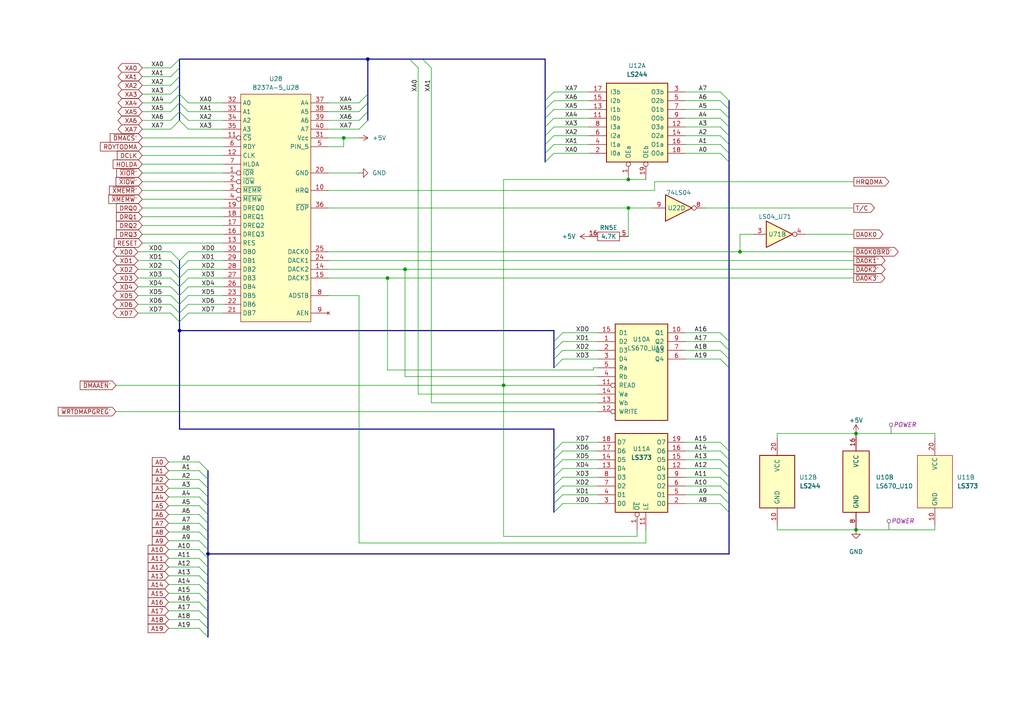
<source format=kicad_sch>
(kicad_sch (version 20230121) (generator eeschema)
  (paper "A4")
  (lib_symbols
    (symbol "74xx:74LS04"
      (property "Reference" "U" (at 0 1.27 0))
      (property "Value" "74LS04" (at 0 -1.27 0))
      (symbol "74LS04_1_0"
        (polyline (pts (xy -3.81 3.81) (xy -3.81 -3.81) (xy 3.81 0) (xy -3.81 3.81)) (stroke (width 0.254)) (fill (type background)))
        (pin input line (at -7.62 0 0) (length 3.81) (name "~") (number "1"))
        (pin output inverted (at 7.62 0 180) (length 3.81) (name "~") (number "2"))
      )
      (symbol "74LS04_2_0"
        (polyline (pts (xy -3.81 3.81) (xy -3.81 -3.81) (xy 3.81 0) (xy -3.81 3.81)) (stroke (width 0.254)) (fill (type background)))
        (pin input line (at -7.62 0 0) (length 3.81) (name "~") (number "3"))
        (pin output inverted (at 7.62 0 180) (length 3.81) (name "~") (number "4"))
      )
      (symbol "74LS04_3_0"
        (polyline (pts (xy -3.81 3.81) (xy -3.81 -3.81) (xy 3.81 0) (xy -3.81 3.81)) (stroke (width 0.254)) (fill (type background)))
        (pin input line (at -7.62 0 0) (length 3.81) (name "~") (number "5"))
        (pin output inverted (at 7.62 0 180) (length 3.81) (name "~") (number "6"))
      )
      (symbol "74LS04_4_0"
        (polyline (pts (xy -3.81 3.81) (xy -3.81 -3.81) (xy 3.81 0) (xy -3.81 3.81)) (stroke (width 0.254)) (fill (type background)))
        (pin output inverted (at 7.62 0 180) (length 3.81) (name "~") (number "8"))
        (pin input line (at -7.62 0 0) (length 3.81) (name "~") (number "9"))
      )
      (symbol "74LS04_5_0"
        (polyline (pts (xy -3.81 3.81) (xy -3.81 -3.81) (xy 3.81 0) (xy -3.81 3.81)) (stroke (width 0.254)) (fill (type background)))
        (pin output inverted (at 7.62 0 180) (length 3.81) (name "~") (number "10"))
        (pin input line (at -7.62 0 0) (length 3.81) (name "~") (number "11"))
      )
      (symbol "74LS04_6_0"
        (polyline (pts (xy -3.81 3.81) (xy -3.81 -3.81) (xy 3.81 0) (xy -3.81 3.81)) (stroke (width 0.254)) (fill (type background)))
        (pin output inverted (at 7.62 0 180) (length 3.81) (name "~") (number "12"))
        (pin input line (at -7.62 0 0) (length 3.81) (name "~") (number "13"))
      )
      (symbol "74LS04_7_0"
        (pin power_in line (at 0 12.7 270) (length 5.08) (name "VCC") (number "14"))
        (pin power_in line (at 0 -12.7 90) (length 5.08) (name "GND") (number "7"))
      )
      (symbol "74LS04_7_1"
        (rectangle (start -5.08 7.62) (end 5.08 -7.62) (stroke (width 0.254)) (fill (type background)))
      )
    )
    (symbol "Mad5150_early:8237A-5_U28"
      (property "Reference" "U" (at 0 30.48 0))
      (property "Value" "8237A-5_U28" (at 0 35.56 0))
      (symbol "8237A-5_U28_0_0"
        (pin bidirectional inverted (at -15.24 10.16 0) (length 5.08) (name "~{IOR}") (number "1"))
        (pin output line (at 15.24 5.08 180) (length 5.08) (name "HRQ") (number "10"))
        (pin input inverted (at -15.24 20.32 0) (length 5.08) (name "~{CS}") (number "11"))
        (pin input line (at -15.24 15.24 0) (length 5.08) (name "CLK") (number "12"))
        (pin input line (at -15.24 -10.16 0) (length 5.08) (name "RES") (number "13"))
        (pin output line (at 15.24 -17.78 180) (length 5.08) (name "DACK2") (number "14"))
        (pin output line (at 15.24 -20.32 180) (length 5.08) (name "DACK3") (number "15"))
        (pin input line (at -15.24 -7.62 0) (length 5.08) (name "DREQ3") (number "16"))
        (pin input line (at -15.24 -5.08 0) (length 5.08) (name "DREQ2") (number "17"))
        (pin input line (at -15.24 -2.54 0) (length 5.08) (name "DREQ1") (number "18"))
        (pin input line (at -15.24 0 0) (length 5.08) (name "DREQ0") (number "19"))
        (pin bidirectional inverted (at -15.24 7.62 0) (length 5.08) (name "~{IOW}") (number "2"))
        (pin power_in line (at 15.24 10.16 180) (length 5.08) (name "GND") (number "20"))
        (pin bidirectional line (at -15.24 -30.48 0) (length 5.08) (name "DB7") (number "21"))
        (pin bidirectional line (at -15.24 -27.94 0) (length 5.08) (name "DB6") (number "22"))
        (pin bidirectional line (at -15.24 -25.4 0) (length 5.08) (name "DB5") (number "23"))
        (pin output line (at 15.24 -15.24 180) (length 5.08) (name "DACK1") (number "24"))
        (pin output line (at 15.24 -12.7 180) (length 5.08) (name "DACK0") (number "25"))
        (pin bidirectional line (at -15.24 -22.86 0) (length 5.08) (name "DB4") (number "26"))
        (pin bidirectional line (at -15.24 -20.32 0) (length 5.08) (name "DB3") (number "27"))
        (pin bidirectional line (at -15.24 -17.78 0) (length 5.08) (name "DB2") (number "28"))
        (pin bidirectional line (at -15.24 -15.24 0) (length 5.08) (name "DB1") (number "29"))
        (pin input inverted (at -15.24 5.08 0) (length 5.08) (name "~{MEMR}") (number "3"))
        (pin bidirectional line (at -15.24 -12.7 0) (length 5.08) (name "DB0") (number "30"))
        (pin power_in line (at 15.24 20.32 180) (length 5.08) (name "Vcc") (number "31"))
        (pin bidirectional line (at -15.24 30.48 0) (length 5.08) (name "A0") (number "32"))
        (pin bidirectional line (at -15.24 27.94 0) (length 5.08) (name "A1") (number "33"))
        (pin bidirectional line (at -15.24 25.4 0) (length 5.08) (name "A2") (number "34"))
        (pin bidirectional line (at -15.24 22.86 0) (length 5.08) (name "A3") (number "35"))
        (pin bidirectional line (at 15.24 0 180) (length 5.08) (name "~{EOP}") (number "36"))
        (pin output line (at 15.24 30.48 180) (length 5.08) (name "A4") (number "37"))
        (pin output line (at 15.24 27.94 180) (length 5.08) (name "A5") (number "38"))
        (pin output line (at 15.24 25.4 180) (length 5.08) (name "A6") (number "39"))
        (pin input inverted (at -15.24 2.54 0) (length 5.08) (name "~{MEMW}") (number "4"))
        (pin output line (at 15.24 22.86 180) (length 5.08) (name "A7") (number "40"))
        (pin power_in line (at 15.24 17.78 180) (length 5.08) (name "PIN_5") (number "5"))
        (pin input line (at -15.24 17.78 0) (length 5.08) (name "RDY") (number "6"))
        (pin input line (at -15.24 12.7 0) (length 5.08) (name "HLDA") (number "7"))
        (pin output line (at 15.24 -25.4 180) (length 5.08) (name "ADSTB") (number "8"))
        (pin no_connect line (at 15.24 -30.48 180) (length 5.08) (name "AEN") (number "9"))
      )
      (symbol "8237A-5_U28_1_1"
        (rectangle (start -10.16 33.02) (end 10.16 -33.02) (fill (type background)))
      )
    )
    (symbol "Mad5150_early:LS04_U71"
      (property "Reference" "U" (at 0 1.27 0))
      (property "Value" "LS04_U71" (at 0 -1.27 0))
      (symbol "LS04_U71_1_0"
        (polyline (pts (xy -3.81 3.81) (xy -3.81 -3.81) (xy 3.81 0) (xy -3.81 3.81)) (stroke (width 0.254)) (fill (type background)))
        (pin input line (at -7.62 0 0) (length 3.81) (name "~") (number "1"))
        (pin output inverted (at 7.62 0 180) (length 3.81) (name "~") (number "2"))
      )
      (symbol "LS04_U71_2_0"
        (polyline (pts (xy -3.81 3.81) (xy -3.81 -3.81) (xy 3.81 0) (xy -3.81 3.81)) (stroke (width 0.254)) (fill (type background)))
        (pin input line (at -7.62 0 0) (length 3.81) (name "~") (number "3"))
        (pin output inverted (at 7.62 0 180) (length 3.81) (name "~") (number "4"))
      )
      (symbol "LS04_U71_3_0"
        (polyline (pts (xy -3.81 3.81) (xy -3.81 -3.81) (xy 3.81 0) (xy -3.81 3.81)) (stroke (width 0.254)) (fill (type background)))
        (pin input line (at -7.62 0 0) (length 3.81) (name "~") (number "5"))
        (pin output inverted (at 7.62 0 180) (length 3.81) (name "~") (number "6"))
      )
      (symbol "LS04_U71_4_0"
        (polyline (pts (xy -3.81 3.81) (xy -3.81 -3.81) (xy 3.81 0) (xy -3.81 3.81)) (stroke (width 0.254)) (fill (type background)))
        (pin output inverted (at 7.62 0 180) (length 3.81) (name "~") (number "8"))
        (pin input line (at -7.62 0 0) (length 3.81) (name "~") (number "9"))
      )
      (symbol "LS04_U71_5_0"
        (polyline (pts (xy -3.81 3.81) (xy -3.81 -3.81) (xy 3.81 0) (xy -3.81 3.81)) (stroke (width 0.254)) (fill (type background)))
        (pin output inverted (at 7.62 0 180) (length 3.81) (name "~") (number "10"))
        (pin input line (at -7.62 0 0) (length 3.81) (name "~") (number "11"))
      )
      (symbol "LS04_U71_6_0"
        (polyline (pts (xy -3.81 3.81) (xy -3.81 -3.81) (xy 3.81 0) (xy -3.81 3.81)) (stroke (width 0.254)) (fill (type background)))
        (pin output inverted (at 7.62 0 180) (length 3.81) (name "~") (number "12"))
        (pin input line (at -7.62 0 0) (length 3.81) (name "~") (number "13"))
      )
      (symbol "LS04_U71_7_0"
        (pin power_in line (at 0 12.7 270) (length 5.08) (name "VCC") (number "14"))
        (pin power_in line (at 0 -12.7 90) (length 5.08) (name "GND") (number "7"))
      )
      (symbol "LS04_U71_7_1"
        (rectangle (start -5.08 7.62) (end 5.08 -7.62) (stroke (width 0.254)) (fill (type background)))
      )
    )
    (symbol "Mad5150_early:LS244_U12" (pin_names (offset 1.016))
      (property "Reference" "U" (at 0 -1.27 0))
      (property "Value" "LS244" (at 0 1.27 0))
      (symbol "LS244_U12_1_0"
        (pin input inverted (at -2.54 -16.51 90) (length 5.08) (name "OEa") (number "1"))
        (pin input line (at -13.97 1.27 0) (length 5.08) (name "I0b") (number "11"))
        (pin tri_state line (at 13.97 -1.27 180) (length 5.08) (name "O3a") (number "12"))
        (pin input line (at -13.97 3.81 0) (length 5.08) (name "I1b") (number "13"))
        (pin tri_state line (at 13.97 -3.81 180) (length 5.08) (name "O2a") (number "14"))
        (pin input line (at -13.97 6.35 0) (length 5.08) (name "I2b") (number "15"))
        (pin tri_state line (at 13.97 -6.35 180) (length 5.08) (name "O1a") (number "16"))
        (pin input line (at -13.97 8.89 0) (length 5.08) (name "I3b") (number "17"))
        (pin tri_state line (at 13.97 -8.89 180) (length 5.08) (name "O0a") (number "18"))
        (pin input inverted (at 2.54 -16.51 90) (length 5.08) (name "OEb") (number "19"))
        (pin input line (at -13.97 -8.89 0) (length 5.08) (name "I0a") (number "2"))
        (pin tri_state line (at 13.97 8.89 180) (length 5.08) (name "O3b") (number "3"))
        (pin input line (at -13.97 -6.35 0) (length 5.08) (name "I1a") (number "4"))
        (pin tri_state line (at 13.97 6.35 180) (length 5.08) (name "O2b") (number "5"))
        (pin input line (at -13.97 -3.81 0) (length 5.08) (name "I2a") (number "6"))
        (pin tri_state line (at 13.97 3.81 180) (length 5.08) (name "O1b") (number "7"))
        (pin input line (at -13.97 -1.27 0) (length 5.08) (name "I3a") (number "8"))
        (pin tri_state line (at 13.97 1.27 180) (length 5.08) (name "O0b") (number "9"))
      )
      (symbol "LS244_U12_1_1"
        (rectangle (start -8.89 11.43) (end 8.89 -11.43) (stroke (width 0.254)) (fill (type background)))
      )
      (symbol "LS244_U12_2_0"
        (pin power_in line (at 0 -12.7 90) (length 5.08) (name "GND") (number "10"))
        (pin power_in line (at 0 12.7 270) (length 5.08) (name "VCC") (number "20"))
      )
      (symbol "LS244_U12_2_1"
        (rectangle (start -5.08 7.62) (end 5.08 -7.62) (stroke (width 0.254)) (fill (type background)))
      )
    )
    (symbol "Mad5150_early:LS373_U11"
      (property "Reference" "U" (at 0 -1.27 0))
      (property "Value" "LS373" (at 0 1.27 0))
      (symbol "LS373_U11_1_0"
        (pin input inverted (at -1.27 -16.51 90) (length 5.08) (name "~{OE}") (number "1"))
        (pin input line (at 1.27 -16.51 90) (length 5.08) (name "LE") (number "11"))
        (pin tri_state line (at 12.7 1.27 180) (length 5.08) (name "O4") (number "12"))
        (pin input line (at -12.7 1.27 0) (length 5.08) (name "D4") (number "13"))
        (pin input line (at -12.7 3.81 0) (length 5.08) (name "D5") (number "14"))
        (pin tri_state line (at 12.7 3.81 180) (length 5.08) (name "O5") (number "15"))
        (pin tri_state line (at 12.7 6.35 180) (length 5.08) (name "O6") (number "16"))
        (pin input line (at -12.7 6.35 0) (length 5.08) (name "D6") (number "17"))
        (pin input line (at -12.7 8.89 0) (length 5.08) (name "D7") (number "18"))
        (pin tri_state line (at 12.7 8.89 180) (length 5.08) (name "O7") (number "19"))
        (pin tri_state line (at 12.7 -8.89 180) (length 5.08) (name "O0") (number "2"))
        (pin input line (at -12.7 -8.89 0) (length 5.08) (name "D0") (number "3"))
        (pin input line (at -12.7 -6.35 0) (length 5.08) (name "D1") (number "4"))
        (pin tri_state line (at 12.7 -6.35 180) (length 5.08) (name "O1") (number "5"))
        (pin tri_state line (at 12.7 -3.81 180) (length 5.08) (name "O2") (number "6"))
        (pin input line (at -12.7 -3.81 0) (length 5.08) (name "D2") (number "7"))
        (pin input line (at -12.7 -1.27 0) (length 5.08) (name "D3") (number "8"))
        (pin tri_state line (at 12.7 -1.27 180) (length 5.08) (name "O3") (number "9"))
      )
      (symbol "LS373_U11_1_1"
        (rectangle (start -7.62 11.43) (end 7.62 -11.43) (stroke (width 0.254)) (fill (type background)))
      )
      (symbol "LS373_U11_2_0"
        (pin power_in line (at 0 -12.7 90) (length 5.08) (name "GND") (number "10"))
        (pin power_in line (at 0 12.7 270) (length 5.08) (name "VCC") (number "20"))
      )
      (symbol "LS373_U11_2_1"
        (rectangle (start -5.08 7.62) (end 5.08 -7.62) (fill (type background)))
      )
    )
    (symbol "Mad5150_early:LS670_U10" (pin_names (offset 1.016))
      (property "Reference" "U" (at 0 15.24 0))
      (property "Value" "LS670_U10" (at 0 17.78 0))
      (symbol "LS670_U10_1_0"
        (pin input line (at -12.7 8.89 0) (length 5.08) (name "D2") (number "1"))
        (pin tri_state line (at 12.7 11.43 180) (length 5.08) (name "Q1") (number "10"))
        (pin input inverted (at -12.7 -3.81 0) (length 5.08) (name "READ") (number "11"))
        (pin input inverted (at -12.7 -11.43 0) (length 5.08) (name "WRITE") (number "12"))
        (pin input line (at -12.7 -8.89 0) (length 5.08) (name "Wb") (number "13"))
        (pin input line (at -12.7 -6.35 0) (length 5.08) (name "Wa") (number "14"))
        (pin input line (at -12.7 11.43 0) (length 5.08) (name "D1") (number "15"))
        (pin input line (at -12.7 6.35 0) (length 5.08) (name "D3") (number "2"))
        (pin input line (at -12.7 3.81 0) (length 5.08) (name "D4") (number "3"))
        (pin input line (at -12.7 -1.27 0) (length 5.08) (name "Rb") (number "4"))
        (pin input line (at -12.7 1.27 0) (length 5.08) (name "Ra") (number "5"))
        (pin tri_state line (at 12.7 3.81 180) (length 5.08) (name "Q4") (number "6"))
        (pin tri_state line (at 12.7 6.35 180) (length 5.08) (name "Q3") (number "7"))
        (pin tri_state line (at 12.7 8.89 180) (length 5.08) (name "Q2") (number "9"))
      )
      (symbol "LS670_U10_1_1"
        (rectangle (start -7.62 13.97) (end 7.62 -13.97) (stroke (width 0.254)) (fill (type background)))
      )
      (symbol "LS670_U10_2_0"
        (pin power_in line (at 0 13.97 270) (length 5.08) (name "VCC") (number "16"))
        (pin power_in line (at 0 -13.97 90) (length 5.08) (name "GND") (number "8"))
      )
      (symbol "LS670_U10_2_1"
        (rectangle (start -3.81 8.89) (end 3.81 -8.89) (stroke (width 0.254)) (fill (type background)))
      )
    )
    (symbol "Mad5150_early:Resistor_Network_1"
      (property "Reference" "RN" (at 0.635 0.635 0))
      (property "Value" "30" (at 0.635 0.635 0))
      (symbol "Resistor_Network_1_1_1"
        (rectangle (start -1.27 3.175) (end 1.27 -3.175))
        (pin passive line (at 0 5.715 270) (length 2.54) (name "~") (number "1"))
        (pin passive line (at 0 -5.715 90) (length 2.54) (name "~") (number "16"))
      )
      (symbol "Resistor_Network_1_2_0"
        (pin passive line (at 0 -5.715 90) (length 2.54) (name "~") (number "16"))
        (pin passive line (at 0 5.715 270) (length 2.54) (name "~") (number "2"))
      )
      (symbol "Resistor_Network_1_2_1"
        (rectangle (start -1.27 3.175) (end 1.27 -3.175))
      )
      (symbol "Resistor_Network_1_3_0"
        (pin passive line (at 0 -5.715 90) (length 2.54) (name "~") (number "16"))
        (pin passive line (at 0 5.715 270) (length 2.54) (name "~") (number "3"))
      )
      (symbol "Resistor_Network_1_3_1"
        (rectangle (start -1.27 3.175) (end 1.27 -3.175))
      )
      (symbol "Resistor_Network_1_4_0"
        (pin passive line (at 0 -5.715 90) (length 2.54) (name "~") (number "16"))
        (pin passive line (at 0 5.715 270) (length 2.54) (name "~") (number "4"))
      )
      (symbol "Resistor_Network_1_4_1"
        (rectangle (start -1.27 3.175) (end 1.27 -3.175))
      )
      (symbol "Resistor_Network_1_5_0"
        (pin passive line (at 0 -5.715 90) (length 2.54) (name "~") (number "16"))
        (pin passive line (at 0 5.715 270) (length 2.54) (name "~") (number "5"))
      )
      (symbol "Resistor_Network_1_5_1"
        (rectangle (start -1.27 3.175) (end 1.27 -3.175))
      )
      (symbol "Resistor_Network_1_6_0"
        (pin passive line (at 0 -5.715 90) (length 2.54) (name "~") (number "16"))
        (pin passive line (at 0 5.715 270) (length 2.54) (name "~") (number "6"))
      )
      (symbol "Resistor_Network_1_6_1"
        (rectangle (start -1.27 3.175) (end 1.27 -3.175))
      )
      (symbol "Resistor_Network_1_7_0"
        (pin passive line (at 0 -5.715 90) (length 2.54) (name "~") (number "16"))
        (pin passive line (at 0 5.715 270) (length 2.54) (name "~") (number "7"))
      )
      (symbol "Resistor_Network_1_7_1"
        (rectangle (start -1.27 3.175) (end 1.27 -3.175))
      )
      (symbol "Resistor_Network_1_8_0"
        (pin passive line (at 0 -5.715 90) (length 2.54) (name "~") (number "16"))
        (pin passive line (at 0 5.715 270) (length 2.54) (name "~") (number "8"))
      )
      (symbol "Resistor_Network_1_8_1"
        (rectangle (start -1.27 3.175) (end 1.27 -3.175))
      )
      (symbol "Resistor_Network_1_9_1"
        (rectangle (start -1.27 3.175) (end 1.27 -3.175))
        (pin passive line (at 0 -5.715 90) (length 2.54) (name "~") (number "16"))
        (pin passive line (at 0 5.715 270) (length 2.54) (name "~") (number "9"))
      )
      (symbol "Resistor_Network_1_10_1"
        (rectangle (start -1.27 3.175) (end 1.27 -3.175))
        (pin passive line (at 0 5.715 270) (length 2.54) (name "~") (number "10"))
        (pin passive line (at 0 -5.715 90) (length 2.54) (name "~") (number "16"))
      )
      (symbol "Resistor_Network_1_11_1"
        (rectangle (start -1.27 3.175) (end 1.27 -3.175))
        (pin passive line (at 0 5.715 270) (length 2.54) (name "~") (number "11"))
        (pin passive line (at 0 -5.715 90) (length 2.54) (name "~") (number "16"))
      )
      (symbol "Resistor_Network_1_12_1"
        (rectangle (start -1.27 3.175) (end 1.27 -3.175))
        (pin passive line (at 0 5.715 270) (length 2.54) (name "~") (number "12"))
        (pin passive line (at 0 -5.715 90) (length 2.54) (name "~") (number "16"))
      )
      (symbol "Resistor_Network_1_13_1"
        (rectangle (start -1.27 3.175) (end 1.27 -3.175))
        (pin passive line (at 0 5.715 270) (length 2.54) (name "~") (number "13"))
        (pin passive line (at 0 -5.715 90) (length 2.54) (name "~") (number "16"))
      )
      (symbol "Resistor_Network_1_14_1"
        (rectangle (start -1.27 3.175) (end 1.27 -3.175))
        (pin passive line (at 0 5.715 270) (length 2.54) (name "~") (number "14"))
        (pin passive line (at 0 -5.715 90) (length 2.54) (name "~") (number "16"))
      )
      (symbol "Resistor_Network_1_15_1"
        (rectangle (start -1.27 3.175) (end 1.27 -3.175))
        (pin passive line (at 0 5.715 270) (length 2.54) (name "~") (number "15"))
        (pin passive line (at 0 -5.715 90) (length 2.54) (name "~") (number "16"))
      )
    )
    (symbol "power:+5V" (power) (pin_names (offset 0))
      (property "Value" "+5V" (at 0 3.556 0))
      (symbol "+5V_0_1"
        (polyline (pts (xy -0.762 1.27) (xy 0 2.54)))
        (polyline (pts (xy 0 0) (xy 0 2.54)))
        (polyline (pts (xy 0 2.54) (xy 0.762 1.27)))
      )
      (symbol "+5V_1_1"
        (pin power_in line (at 0 0 90) (length 0) hide (name "+5V") (number "1"))
      )
    )
    (symbol "power:GND" (power) (pin_names (offset 0))
      (property "Value" "GND" (at 0 -3.81 0))
      (symbol "GND_0_1"
        (polyline (pts (xy 0 0) (xy 0 -1.27) (xy 1.27 -1.27) (xy 0 -2.54) (xy -1.27 -1.27) (xy 0 -1.27)))
      )
      (symbol "GND_1_1"
        (pin power_in line (at 0 0 270) (length 0) hide (name "GND") (number "1"))
      )
    )
  )
  (junction (at 146.05 111.76))
  (junction (at 248.285 125.73))
  (junction (at 117.475 78.105))
  (junction (at 99.695 40.005))
  (junction (at 248.285 153.67))
  (junction (at 182.245 60.325))
  (junction (at 112.395 80.645))
  (junction (at 60.325 160.655))
  (junction (at 214.63 73.025))
  (junction (at 182.245 52.07))
  (junction (at 106.68 17.145))
  (junction (at 52.07 95.885))
  (bus_entry (at 211.455 36.83) (size -2.54 -2.54))
  (bus_entry (at 211.455 39.37) (size -2.54 -2.54))
  (bus_entry (at 211.455 101.6) (size -2.54 -2.54))
  (bus_entry (at 57.785 136.525) (size 2.54 2.54))
  (bus_entry (at 52.07 34.925) (size 2.54 2.54))
  (bus_entry (at 160.655 148.59) (size 2.54 -2.54))
  (bus_entry (at 57.785 156.845) (size 2.54 2.54))
  (bus_entry (at 211.455 130.81) (size -2.54 -2.54))
  (bus_entry (at 106.68 29.845) (size -2.54 2.54))
  (bus_entry (at 158.115 31.75) (size 2.54 -2.54))
  (bus_entry (at 57.785 182.245) (size 2.54 2.54))
  (bus_entry (at 160.655 106.68) (size 2.54 -2.54))
  (bus_entry (at 160.655 133.35) (size 2.54 -2.54))
  (bus_entry (at 106.68 34.925) (size -2.54 2.54))
  (bus_entry (at 57.785 154.305) (size 2.54 2.54))
  (bus_entry (at 106.68 32.385) (size -2.54 2.54))
  (bus_entry (at 160.655 101.6) (size 2.54 -2.54))
  (bus_entry (at 211.455 104.14) (size -2.54 -2.54))
  (bus_entry (at 52.07 22.225) (size -2.54 2.54))
  (bus_entry (at 160.655 140.97) (size 2.54 -2.54))
  (bus_entry (at 52.07 32.385) (size 2.54 2.54))
  (bus_entry (at 49.53 90.805) (size 2.54 2.54))
  (bus_entry (at 52.07 93.345) (size 2.54 -2.54))
  (bus_entry (at 52.07 85.725) (size 2.54 -2.54))
  (bus_entry (at 211.455 29.21) (size -2.54 -2.54))
  (bus_entry (at 211.455 148.59) (size -2.54 -2.54))
  (bus_entry (at 211.455 138.43) (size -2.54 -2.54))
  (bus_entry (at 160.655 146.05) (size 2.54 -2.54))
  (bus_entry (at 52.07 27.305) (size 2.54 2.54))
  (bus_entry (at 158.115 34.29) (size 2.54 -2.54))
  (bus_entry (at 52.07 90.805) (size 2.54 -2.54))
  (bus_entry (at 158.115 46.99) (size 2.54 -2.54))
  (bus_entry (at 52.07 17.145) (size -2.54 2.54))
  (bus_entry (at 52.07 80.645) (size 2.54 -2.54))
  (bus_entry (at 49.53 78.105) (size 2.54 2.54))
  (bus_entry (at 52.07 83.185) (size 2.54 -2.54))
  (bus_entry (at 211.455 31.75) (size -2.54 -2.54))
  (bus_entry (at 57.785 151.765) (size 2.54 2.54))
  (bus_entry (at 57.785 164.465) (size 2.54 2.54))
  (bus_entry (at 57.785 139.065) (size 2.54 2.54))
  (bus_entry (at 160.655 99.06) (size 2.54 -2.54))
  (bus_entry (at 211.455 143.51) (size -2.54 -2.54))
  (bus_entry (at 52.07 27.305) (size -2.54 2.54))
  (bus_entry (at 57.785 146.685) (size 2.54 2.54))
  (bus_entry (at 57.785 167.005) (size 2.54 2.54))
  (bus_entry (at 57.785 133.985) (size 2.54 2.54))
  (bus_entry (at 57.785 179.705) (size 2.54 2.54))
  (bus_entry (at 49.53 83.185) (size 2.54 2.54))
  (bus_entry (at 57.785 177.165) (size 2.54 2.54))
  (bus_entry (at 52.07 29.845) (size 2.54 2.54))
  (bus_entry (at 49.53 85.725) (size 2.54 2.54))
  (bus_entry (at 122.555 17.145) (size 2.54 2.54))
  (bus_entry (at 57.785 172.085) (size 2.54 2.54))
  (bus_entry (at 49.53 73.025) (size 2.54 2.54))
  (bus_entry (at 52.07 19.685) (size -2.54 2.54))
  (bus_entry (at 57.785 141.605) (size 2.54 2.54))
  (bus_entry (at 211.455 99.06) (size -2.54 -2.54))
  (bus_entry (at 160.655 138.43) (size 2.54 -2.54))
  (bus_entry (at 158.115 41.91) (size 2.54 -2.54))
  (bus_entry (at 211.455 44.45) (size -2.54 -2.54))
  (bus_entry (at 160.655 143.51) (size 2.54 -2.54))
  (bus_entry (at 211.455 106.68) (size -2.54 -2.54))
  (bus_entry (at 52.07 24.765) (size -2.54 2.54))
  (bus_entry (at 57.785 149.225) (size 2.54 2.54))
  (bus_entry (at 160.655 104.14) (size 2.54 -2.54))
  (bus_entry (at 57.785 174.625) (size 2.54 2.54))
  (bus_entry (at 52.07 78.105) (size 2.54 -2.54))
  (bus_entry (at 158.115 29.21) (size 2.54 -2.54))
  (bus_entry (at 211.455 41.91) (size -2.54 -2.54))
  (bus_entry (at 106.68 27.305) (size -2.54 2.54))
  (bus_entry (at 57.785 169.545) (size 2.54 2.54))
  (bus_entry (at 160.655 130.81) (size 2.54 -2.54))
  (bus_entry (at 118.745 17.145) (size 2.54 2.54))
  (bus_entry (at 52.07 32.385) (size -2.54 2.54))
  (bus_entry (at 52.07 34.925) (size -2.54 2.54))
  (bus_entry (at 57.785 159.385) (size 2.54 2.54))
  (bus_entry (at 52.07 75.565) (size 2.54 -2.54))
  (bus_entry (at 49.53 75.565) (size 2.54 2.54))
  (bus_entry (at 211.455 46.99) (size -2.54 -2.54))
  (bus_entry (at 158.115 39.37) (size 2.54 -2.54))
  (bus_entry (at 211.455 135.89) (size -2.54 -2.54))
  (bus_entry (at 211.455 133.35) (size -2.54 -2.54))
  (bus_entry (at 211.455 140.97) (size -2.54 -2.54))
  (bus_entry (at 49.53 80.645) (size 2.54 2.54))
  (bus_entry (at 211.455 34.29) (size -2.54 -2.54))
  (bus_entry (at 158.115 36.83) (size 2.54 -2.54))
  (bus_entry (at 49.53 88.265) (size 2.54 2.54))
  (bus_entry (at 52.07 29.845) (size -2.54 2.54))
  (bus_entry (at 57.785 161.925) (size 2.54 2.54))
  (bus_entry (at 52.07 88.265) (size 2.54 -2.54))
  (bus_entry (at 57.785 144.145) (size 2.54 2.54))
  (bus_entry (at 211.455 146.05) (size -2.54 -2.54))
  (bus_entry (at 158.115 44.45) (size 2.54 -2.54))
  (bus_entry (at 160.655 135.89) (size 2.54 -2.54))
  (wire (pts (xy 41.275 67.945) (xy 64.77 67.945)))
  (wire (pts (xy 40.005 88.265) (xy 49.53 88.265)))
  (wire (pts (xy 160.655 29.21) (xy 170.815 29.21)))
  (wire (pts (xy 208.915 99.06) (xy 198.755 99.06)))
  (bus (pts (xy 158.115 34.29) (xy 158.115 36.83)))
  (wire (pts (xy 104.14 85.725) (xy 95.25 85.725)))
  (bus (pts (xy 211.455 106.68) (xy 211.455 130.81)))
  (bus (pts (xy 60.325 161.925) (xy 60.325 164.465)))
  (wire (pts (xy 48.895 169.545) (xy 57.785 169.545)))
  (wire (pts (xy 182.245 52.07) (xy 187.325 52.07)))
  (wire (pts (xy 95.25 32.385) (xy 104.14 32.385)))
  (wire (pts (xy 95.25 42.545) (xy 99.695 42.545)))
  (wire (pts (xy 40.005 80.645) (xy 49.53 80.645)))
  (wire (pts (xy 41.275 29.845) (xy 49.53 29.845)))
  (wire (pts (xy 48.895 136.525) (xy 57.785 136.525)))
  (bus (pts (xy 160.655 138.43) (xy 160.655 140.97)))
  (wire (pts (xy 48.895 182.245) (xy 57.785 182.245)))
  (wire (pts (xy 208.915 130.81) (xy 198.755 130.81)))
  (wire (pts (xy 208.915 146.05) (xy 198.755 146.05)))
  (wire (pts (xy 208.915 44.45) (xy 198.755 44.45)))
  (bus (pts (xy 211.455 99.06) (xy 211.455 101.6)))
  (wire (pts (xy 95.25 34.925) (xy 104.14 34.925)))
  (wire (pts (xy 146.05 155.575) (xy 146.05 111.76)))
  (wire (pts (xy 160.655 31.75) (xy 170.815 31.75)))
  (wire (pts (xy 41.275 62.865) (xy 64.77 62.865)))
  (bus (pts (xy 60.325 182.245) (xy 60.325 184.785)))
  (wire (pts (xy 54.61 29.845) (xy 64.77 29.845)))
  (bus (pts (xy 122.555 17.145) (xy 158.115 17.145)))
  (bus (pts (xy 60.325 172.085) (xy 60.325 174.625)))
  (wire (pts (xy 54.61 75.565) (xy 64.77 75.565)))
  (bus (pts (xy 160.655 124.46) (xy 160.655 130.81)))
  (bus (pts (xy 106.68 32.385) (xy 106.68 34.925)))
  (wire (pts (xy 54.61 73.025) (xy 64.77 73.025)))
  (bus (pts (xy 106.68 29.845) (xy 106.68 32.385)))
  (wire (pts (xy 160.655 34.29) (xy 170.815 34.29)))
  (bus (pts (xy 158.115 17.145) (xy 158.115 29.21)))
  (wire (pts (xy 41.275 34.925) (xy 49.53 34.925)))
  (wire (pts (xy 208.915 143.51) (xy 198.755 143.51)))
  (wire (pts (xy 208.915 41.91) (xy 198.755 41.91)))
  (wire (pts (xy 41.275 60.325) (xy 64.77 60.325)))
  (wire (pts (xy 41.275 40.005) (xy 64.77 40.005)))
  (wire (pts (xy 187.325 153.67) (xy 187.325 157.48)))
  (wire (pts (xy 218.44 67.945) (xy 214.63 67.945)))
  (wire (pts (xy 163.195 135.89) (xy 173.355 135.89)))
  (bus (pts (xy 211.455 143.51) (xy 211.455 146.05)))
  (wire (pts (xy 125.095 116.84) (xy 173.355 116.84)))
  (wire (pts (xy 54.61 32.385) (xy 64.77 32.385)))
  (wire (pts (xy 95.25 73.025) (xy 214.63 73.025)))
  (wire (pts (xy 225.425 152.4) (xy 225.425 153.67)))
  (wire (pts (xy 208.915 135.89) (xy 198.755 135.89)))
  (wire (pts (xy 163.195 146.05) (xy 173.355 146.05)))
  (wire (pts (xy 95.25 80.645) (xy 112.395 80.645)))
  (wire (pts (xy 204.47 60.325) (xy 247.65 60.325)))
  (wire (pts (xy 160.655 44.45) (xy 170.815 44.45)))
  (wire (pts (xy 41.275 32.385) (xy 49.53 32.385)))
  (wire (pts (xy 48.895 149.225) (xy 57.785 149.225)))
  (wire (pts (xy 208.915 31.75) (xy 198.755 31.75)))
  (bus (pts (xy 211.455 104.14) (xy 211.455 106.68)))
  (bus (pts (xy 211.455 46.99) (xy 211.455 99.06)))
  (wire (pts (xy 172.085 106.68) (xy 172.085 107.315)))
  (wire (pts (xy 187.325 157.48) (xy 104.14 157.48)))
  (bus (pts (xy 52.07 19.685) (xy 52.07 22.225)))
  (bus (pts (xy 52.07 75.565) (xy 52.07 78.105)))
  (wire (pts (xy 208.915 96.52) (xy 198.755 96.52)))
  (wire (pts (xy 48.895 139.065) (xy 57.785 139.065)))
  (wire (pts (xy 146.05 111.76) (xy 146.05 52.07)))
  (wire (pts (xy 41.275 52.705) (xy 64.77 52.705)))
  (wire (pts (xy 163.195 99.06) (xy 173.355 99.06)))
  (wire (pts (xy 163.195 101.6) (xy 173.355 101.6)))
  (bus (pts (xy 211.455 39.37) (xy 211.455 41.91)))
  (wire (pts (xy 121.285 114.3) (xy 173.355 114.3)))
  (wire (pts (xy 208.915 29.21) (xy 198.755 29.21)))
  (bus (pts (xy 158.115 39.37) (xy 158.115 41.91)))
  (wire (pts (xy 208.915 140.97) (xy 198.755 140.97)))
  (bus (pts (xy 106.68 27.305) (xy 106.68 29.845)))
  (bus (pts (xy 60.325 159.385) (xy 60.325 160.655)))
  (bus (pts (xy 60.325 149.225) (xy 60.325 151.765)))
  (wire (pts (xy 41.275 50.165) (xy 64.77 50.165)))
  (wire (pts (xy 48.895 146.685) (xy 57.785 146.685)))
  (wire (pts (xy 41.275 42.545) (xy 64.77 42.545)))
  (wire (pts (xy 208.915 26.67) (xy 198.755 26.67)))
  (wire (pts (xy 95.25 75.565) (xy 247.65 75.565)))
  (wire (pts (xy 163.195 143.51) (xy 173.355 143.51)))
  (wire (pts (xy 208.915 128.27) (xy 198.755 128.27)))
  (bus (pts (xy 106.68 17.145) (xy 106.68 27.305)))
  (bus (pts (xy 211.455 31.75) (xy 211.455 34.29)))
  (bus (pts (xy 52.07 124.46) (xy 160.655 124.46)))
  (wire (pts (xy 125.095 19.685) (xy 125.095 116.84)))
  (wire (pts (xy 146.05 111.76) (xy 173.355 111.76)))
  (wire (pts (xy 41.275 27.305) (xy 49.53 27.305)))
  (wire (pts (xy 208.915 34.29) (xy 198.755 34.29)))
  (bus (pts (xy 52.07 85.725) (xy 52.07 88.265)))
  (bus (pts (xy 60.325 179.705) (xy 60.325 182.245)))
  (bus (pts (xy 158.115 31.75) (xy 158.115 34.29)))
  (bus (pts (xy 211.455 41.91) (xy 211.455 44.45)))
  (bus (pts (xy 160.655 130.81) (xy 160.655 133.35)))
  (bus (pts (xy 60.325 160.655) (xy 211.455 160.655)))
  (wire (pts (xy 48.895 144.145) (xy 57.785 144.145)))
  (wire (pts (xy 54.61 37.465) (xy 64.77 37.465)))
  (wire (pts (xy 41.275 19.685) (xy 49.53 19.685)))
  (wire (pts (xy 112.395 107.315) (xy 112.395 80.645)))
  (wire (pts (xy 208.915 39.37) (xy 198.755 39.37)))
  (wire (pts (xy 41.275 47.625) (xy 64.77 47.625)))
  (wire (pts (xy 233.68 67.945) (xy 247.65 67.945)))
  (wire (pts (xy 95.25 40.005) (xy 99.695 40.005)))
  (wire (pts (xy 184.785 155.575) (xy 146.05 155.575)))
  (wire (pts (xy 95.25 29.845) (xy 104.14 29.845)))
  (wire (pts (xy 48.895 156.845) (xy 57.785 156.845)))
  (bus (pts (xy 52.07 78.105) (xy 52.07 80.645)))
  (bus (pts (xy 60.325 167.005) (xy 60.325 169.545)))
  (wire (pts (xy 146.05 52.07) (xy 182.245 52.07)))
  (wire (pts (xy 41.275 37.465) (xy 49.53 37.465)))
  (wire (pts (xy 54.61 90.805) (xy 64.77 90.805)))
  (bus (pts (xy 52.07 95.885) (xy 52.07 124.46)))
  (wire (pts (xy 271.145 125.73) (xy 248.285 125.73)))
  (bus (pts (xy 52.07 27.305) (xy 52.07 29.845)))
  (bus (pts (xy 52.07 22.225) (xy 52.07 24.765)))
  (bus (pts (xy 211.455 29.21) (xy 211.455 31.75)))
  (wire (pts (xy 189.865 55.245) (xy 189.865 52.705)))
  (wire (pts (xy 208.915 138.43) (xy 198.755 138.43)))
  (wire (pts (xy 48.895 164.465) (xy 57.785 164.465)))
  (bus (pts (xy 160.655 101.6) (xy 160.655 104.14)))
  (bus (pts (xy 211.455 135.89) (xy 211.455 138.43)))
  (bus (pts (xy 52.07 17.145) (xy 52.07 19.685)))
  (wire (pts (xy 54.61 34.925) (xy 64.77 34.925)))
  (wire (pts (xy 172.085 106.68) (xy 173.355 106.68)))
  (bus (pts (xy 158.115 41.91) (xy 158.115 44.45)))
  (wire (pts (xy 99.695 40.005) (xy 104.14 40.005)))
  (wire (pts (xy 48.895 154.305) (xy 57.785 154.305)))
  (wire (pts (xy 248.285 153.67) (xy 271.145 153.67)))
  (wire (pts (xy 54.61 78.105) (xy 64.77 78.105)))
  (bus (pts (xy 60.325 136.525) (xy 60.325 139.065)))
  (wire (pts (xy 40.005 83.185) (xy 49.53 83.185)))
  (wire (pts (xy 214.63 73.025) (xy 247.65 73.025)))
  (bus (pts (xy 211.455 130.81) (xy 211.455 133.35)))
  (bus (pts (xy 52.07 83.185) (xy 52.07 85.725)))
  (bus (pts (xy 211.455 138.43) (xy 211.455 140.97)))
  (bus (pts (xy 60.325 154.305) (xy 60.325 156.845)))
  (wire (pts (xy 160.655 26.67) (xy 170.815 26.67)))
  (bus (pts (xy 60.325 144.145) (xy 60.325 146.685)))
  (wire (pts (xy 160.655 41.91) (xy 170.815 41.91)))
  (bus (pts (xy 52.07 32.385) (xy 52.07 34.925)))
  (bus (pts (xy 60.325 146.685) (xy 60.325 149.225)))
  (wire (pts (xy 160.655 36.83) (xy 170.815 36.83)))
  (wire (pts (xy 48.895 177.165) (xy 57.785 177.165)))
  (wire (pts (xy 104.14 50.165) (xy 95.25 50.165)))
  (wire (pts (xy 95.25 55.245) (xy 189.865 55.245)))
  (wire (pts (xy 99.695 42.545) (xy 99.695 40.005)))
  (bus (pts (xy 60.325 141.605) (xy 60.325 144.145)))
  (wire (pts (xy 214.63 67.945) (xy 214.63 73.025)))
  (wire (pts (xy 163.195 128.27) (xy 173.355 128.27)))
  (wire (pts (xy 41.275 55.245) (xy 64.77 55.245)))
  (wire (pts (xy 271.145 127) (xy 271.145 125.73)))
  (wire (pts (xy 54.61 88.265) (xy 64.77 88.265)))
  (wire (pts (xy 208.915 36.83) (xy 198.755 36.83)))
  (wire (pts (xy 48.895 141.605) (xy 57.785 141.605)))
  (wire (pts (xy 160.655 39.37) (xy 170.815 39.37)))
  (bus (pts (xy 60.325 139.065) (xy 60.325 141.605)))
  (wire (pts (xy 163.195 140.97) (xy 173.355 140.97)))
  (wire (pts (xy 117.475 109.22) (xy 117.475 78.105)))
  (bus (pts (xy 160.655 133.35) (xy 160.655 135.89)))
  (wire (pts (xy 40.005 90.805) (xy 49.53 90.805)))
  (wire (pts (xy 41.275 22.225) (xy 49.53 22.225)))
  (bus (pts (xy 52.07 95.885) (xy 160.655 95.885)))
  (bus (pts (xy 52.07 17.145) (xy 106.68 17.145)))
  (wire (pts (xy 182.245 60.325) (xy 189.23 60.325)))
  (bus (pts (xy 160.655 99.06) (xy 160.655 101.6)))
  (bus (pts (xy 160.655 104.14) (xy 160.655 106.68)))
  (wire (pts (xy 163.195 133.35) (xy 173.355 133.35)))
  (wire (pts (xy 95.25 60.325) (xy 182.245 60.325)))
  (wire (pts (xy 40.005 78.105) (xy 49.53 78.105)))
  (wire (pts (xy 163.195 138.43) (xy 173.355 138.43)))
  (wire (pts (xy 208.915 101.6) (xy 198.755 101.6)))
  (bus (pts (xy 160.655 135.89) (xy 160.655 138.43)))
  (wire (pts (xy 41.275 70.485) (xy 64.77 70.485)))
  (bus (pts (xy 211.455 148.59) (xy 211.455 160.655)))
  (wire (pts (xy 163.195 130.81) (xy 173.355 130.81)))
  (bus (pts (xy 60.325 177.165) (xy 60.325 179.705)))
  (bus (pts (xy 158.115 44.45) (xy 158.115 46.99)))
  (wire (pts (xy 41.275 57.785) (xy 64.77 57.785)))
  (wire (pts (xy 48.895 172.085) (xy 57.785 172.085)))
  (bus (pts (xy 52.07 88.265) (xy 52.07 90.805)))
  (bus (pts (xy 60.325 164.465) (xy 60.325 167.005)))
  (bus (pts (xy 106.68 17.145) (xy 118.745 17.145)))
  (wire (pts (xy 41.275 24.765) (xy 49.53 24.765)))
  (wire (pts (xy 208.915 104.14) (xy 198.755 104.14)))
  (bus (pts (xy 211.455 34.29) (xy 211.455 36.83)))
  (wire (pts (xy 173.355 109.22) (xy 117.475 109.22)))
  (wire (pts (xy 41.275 45.085) (xy 64.77 45.085)))
  (bus (pts (xy 60.325 160.655) (xy 60.325 161.925)))
  (wire (pts (xy 48.895 161.925) (xy 57.785 161.925)))
  (wire (pts (xy 95.25 37.465) (xy 104.14 37.465)))
  (wire (pts (xy 225.425 125.73) (xy 225.425 127)))
  (bus (pts (xy 60.325 156.845) (xy 60.325 159.385)))
  (wire (pts (xy 189.865 52.705) (xy 247.65 52.705)))
  (bus (pts (xy 52.07 93.345) (xy 52.07 95.885)))
  (wire (pts (xy 48.895 174.625) (xy 57.785 174.625)))
  (wire (pts (xy 163.195 96.52) (xy 173.355 96.52)))
  (wire (pts (xy 184.785 153.67) (xy 184.785 155.575)))
  (wire (pts (xy 182.245 60.325) (xy 182.245 68.58)))
  (wire (pts (xy 54.61 85.725) (xy 64.77 85.725)))
  (wire (pts (xy 33.655 111.76) (xy 146.05 111.76)))
  (bus (pts (xy 211.455 44.45) (xy 211.455 46.99)))
  (bus (pts (xy 60.325 151.765) (xy 60.325 154.305)))
  (bus (pts (xy 52.07 80.645) (xy 52.07 83.185)))
  (bus (pts (xy 60.325 169.545) (xy 60.325 172.085)))
  (bus (pts (xy 158.115 36.83) (xy 158.115 39.37)))
  (wire (pts (xy 48.895 151.765) (xy 57.785 151.765)))
  (bus (pts (xy 160.655 95.885) (xy 160.655 99.06)))
  (bus (pts (xy 211.455 133.35) (xy 211.455 135.89)))
  (wire (pts (xy 163.195 104.14) (xy 173.355 104.14)))
  (wire (pts (xy 271.145 153.67) (xy 271.145 152.4)))
  (wire (pts (xy 112.395 80.645) (xy 247.65 80.645)))
  (wire (pts (xy 248.285 125.73) (xy 225.425 125.73)))
  (wire (pts (xy 172.085 107.315) (xy 112.395 107.315)))
  (bus (pts (xy 160.655 146.05) (xy 160.655 148.59)))
  (wire (pts (xy 54.61 83.185) (xy 64.77 83.185)))
  (wire (pts (xy 40.005 85.725) (xy 49.53 85.725)))
  (bus (pts (xy 211.455 146.05) (xy 211.455 148.59)))
  (wire (pts (xy 48.895 133.985) (xy 57.785 133.985)))
  (wire (pts (xy 54.61 80.645) (xy 64.77 80.645)))
  (bus (pts (xy 211.455 36.83) (xy 211.455 39.37)))
  (bus (pts (xy 211.455 140.97) (xy 211.455 143.51)))
  (wire (pts (xy 48.895 159.385) (xy 57.785 159.385)))
  (bus (pts (xy 52.07 90.805) (xy 52.07 93.345)))
  (bus (pts (xy 211.455 101.6) (xy 211.455 104.14)))
  (wire (pts (xy 48.895 167.005) (xy 57.785 167.005)))
  (bus (pts (xy 52.07 24.765) (xy 52.07 27.305)))
  (wire (pts (xy 208.915 133.35) (xy 198.755 133.35)))
  (bus (pts (xy 160.655 143.51) (xy 160.655 146.05)))
  (bus (pts (xy 158.115 29.21) (xy 158.115 31.75)))
  (wire (pts (xy 33.655 119.38) (xy 173.355 119.38)))
  (wire (pts (xy 225.425 153.67) (xy 248.285 153.67)))
  (wire (pts (xy 121.285 19.685) (xy 121.285 114.3)))
  (bus (pts (xy 160.655 140.97) (xy 160.655 143.51)))
  (wire (pts (xy 48.895 179.705) (xy 57.785 179.705)))
  (wire (pts (xy 95.25 78.105) (xy 117.475 78.105)))
  (bus (pts (xy 60.325 174.625) (xy 60.325 177.165)))
  (wire (pts (xy 41.275 65.405) (xy 64.77 65.405)))
  (wire (pts (xy 40.005 73.025) (xy 49.53 73.025)))
  (bus (pts (xy 118.745 17.145) (xy 122.555 17.145)))
  (wire (pts (xy 40.005 75.565) (xy 49.53 75.565)))
  (wire (pts (xy 117.475 78.105) (xy 247.65 78.105)))
  (bus (pts (xy 52.07 29.845) (xy 52.07 32.385)))
  (wire (pts (xy 104.14 157.48) (xy 104.14 85.725)))
  (label "XA2" (at 163.83 39.37 0))
  (label "XA1" (at 57.785 32.385 0))
  (label "XA4" (at 163.83 34.29 0))
  (label "A19" (at 205.105 104.14 180))
  (label "A5" (at 55.245 146.685 180))
  (label "A12" (at 205.105 135.89 180))
  (label "XA1" (at 43.815 22.225 0))
  (label "XD4" (at 58.42 83.185 0))
  (label "XD0" (at 58.42 73.025 0))
  (label "XD3" (at 43.18 80.645 0))
  (label "A3" (at 55.245 141.605 180))
  (label "XA0" (at 121.285 26.67 90))
  (label "A16" (at 55.245 174.625 180))
  (label "XD1" (at 167.005 99.06 0))
  (label "XD2" (at 43.18 78.105 0))
  (label "A2" (at 55.245 139.065 180))
  (label "A1" (at 55.245 136.525 180))
  (label "XA5" (at 98.425 32.385 0))
  (label "A8" (at 205.105 146.05 180))
  (label "A19" (at 55.245 182.245 180))
  (label "XA3" (at 163.83 36.83 0))
  (label "A4" (at 205.105 34.29 180))
  (label "XA4" (at 98.425 29.845 0))
  (label "A0" (at 205.105 44.45 180))
  (label "XA6" (at 98.425 34.925 0))
  (label "A7" (at 55.245 151.765 180))
  (label "A9" (at 55.245 156.845 180))
  (label "A5" (at 205.105 31.75 180))
  (label "XA7" (at 98.425 37.465 0))
  (label "A14" (at 55.245 169.545 180))
  (label "XD1" (at 43.18 75.565 0))
  (label "A13" (at 205.105 133.35 180))
  (label "A6" (at 205.105 29.21 180))
  (label "A14" (at 205.105 130.81 180))
  (label "XA1" (at 125.095 26.67 90))
  (label "XA2" (at 43.815 24.765 0))
  (label "XD6" (at 167.005 130.81 0))
  (label "XA6" (at 43.815 34.925 0))
  (label "XA0" (at 163.83 44.45 0))
  (label "A13" (at 55.245 167.005 180))
  (label "A10" (at 205.105 140.97 180))
  (label "XA5" (at 163.83 31.75 0))
  (label "XA0" (at 57.785 29.845 0))
  (label "XD3" (at 58.42 80.645 0))
  (label "XD0" (at 167.005 146.05 0))
  (label "XA0" (at 43.815 19.685 0))
  (label "XD7" (at 43.18 90.805 0))
  (label "XA4" (at 43.815 29.845 0))
  (label "XD3" (at 167.005 138.43 0))
  (label "A11" (at 205.105 138.43 180))
  (label "A6" (at 55.245 149.225 180))
  (label "XD2" (at 167.005 140.97 0))
  (label "XA3" (at 57.785 37.465 0))
  (label "A17" (at 55.245 177.165 180))
  (label "A11" (at 55.245 161.925 180))
  (label "XA5" (at 43.815 32.385 0))
  (label "A15" (at 205.105 128.27 180))
  (label "A0" (at 55.245 133.985 180))
  (label "XD7" (at 167.005 128.27 0))
  (label "XA6" (at 163.83 29.21 0))
  (label "XD0" (at 43.18 73.025 0))
  (label "XD1" (at 167.005 143.51 0))
  (label "A18" (at 55.245 179.705 180))
  (label "A1" (at 205.105 41.91 180))
  (label "A17" (at 205.105 99.06 180))
  (label "XD6" (at 58.42 88.265 0))
  (label "A3" (at 205.105 36.83 180))
  (label "XD0" (at 167.005 96.52 0))
  (label "XA2" (at 57.785 34.925 0))
  (label "XA3" (at 43.815 27.305 0))
  (label "A12" (at 55.245 164.465 180))
  (label "XD5" (at 167.005 133.35 0))
  (label "A4" (at 55.245 144.145 180))
  (label "XD4" (at 167.005 135.89 0))
  (label "XD7" (at 58.42 90.805 0))
  (label "A10" (at 55.245 159.385 180))
  (label "XD6" (at 43.18 88.265 0))
  (label "XA7" (at 43.815 37.465 0))
  (label "A9" (at 205.105 143.51 180))
  (label "A15" (at 55.245 172.085 180))
  (label "XD2" (at 58.42 78.105 0))
  (label "A16" (at 205.105 96.52 180))
  (label "XD4" (at 43.18 83.185 0))
  (label "XA7" (at 163.83 26.67 0))
  (label "A18" (at 205.105 101.6 180))
  (label "XD3" (at 167.005 104.14 0))
  (label "A7" (at 205.105 26.67 180))
  (label "A2" (at 205.105 39.37 180))
  (label "XD1" (at 58.42 75.565 0))
  (label "XD2" (at 167.005 101.6 0))
  (label "XA1" (at 163.83 41.91 0))
  (label "A8" (at 55.245 154.305 180))
  (label "XD5" (at 58.42 85.725 0))
  (label "XD5" (at 43.18 85.725 0))
  (global_label "XA4" (shape bidirectional) (at 41.275 29.845 180) (property "Intersheetrefs" "${INTERSHEET_REFS}" (effects hide)))
  (global_label "HOLDA" (shape input) (at 41.275 47.625 180) (property "Intersheetrefs" "${INTERSHEET_REFS}" (effects hide)))
  (global_label "A18" (shape input) (at 48.895 179.705 180) (property "Intersheetrefs" "${INTERSHEET_REFS}" (effects hide)))
  (global_label "A17" (shape input) (at 48.895 177.165 180) (property "Intersheetrefs" "${INTERSHEET_REFS}" (effects hide)))
  (global_label "~{XIOW}'" (shape input) (at 41.275 52.705 180) (property "Intersheetrefs" "${INTERSHEET_REFS}" (effects hide)))
  (global_label "A16" (shape input) (at 48.895 174.625 180) (property "Intersheetrefs" "${INTERSHEET_REFS}" (effects hide)))
  (global_label "XD4" (shape bidirectional) (at 40.005 83.185 180) (property "Intersheetrefs" "${INTERSHEET_REFS}" (effects hide)))
  (global_label "A7" (shape input) (at 48.895 151.765 180) (property "Intersheetrefs" "${INTERSHEET_REFS}" (effects hide)))
  (global_label "XD7" (shape bidirectional) (at 40.005 90.805 180) (property "Intersheetrefs" "${INTERSHEET_REFS}" (effects hide)))
  (global_label "~{XIOR}'" (shape input) (at 41.275 50.165 180) (property "Intersheetrefs" "${INTERSHEET_REFS}" (effects hide)))
  (global_label "A12" (shape input) (at 48.895 164.465 180) (property "Intersheetrefs" "${INTERSHEET_REFS}" (effects hide)))
  (global_label "XD2" (shape bidirectional) (at 40.005 78.105 180) (property "Intersheetrefs" "${INTERSHEET_REFS}" (effects hide)))
  (global_label "DCLK" (shape input) (at 41.275 45.085 180) (property "Intersheetrefs" "${INTERSHEET_REFS}" (effects hide)))
  (global_label "A2" (shape input) (at 48.895 139.065 180) (property "Intersheetrefs" "${INTERSHEET_REFS}" (effects hide)))
  (global_label "XA3" (shape bidirectional) (at 41.275 27.305 180) (property "Intersheetrefs" "${INTERSHEET_REFS}" (effects hide)))
  (global_label "A13" (shape input) (at 48.895 167.005 180) (property "Intersheetrefs" "${INTERSHEET_REFS}" (effects hide)))
  (global_label "~{XMEMR}'" (shape input) (at 41.275 55.245 180) (property "Intersheetrefs" "${INTERSHEET_REFS}" (effects hide)))
  (global_label "DA0K0" (shape output) (at 247.65 67.945 0) (property "Intersheetrefs" "${INTERSHEET_REFS}" (effects hide)))
  (global_label "T{slash}C" (shape output) (at 247.65 60.325 0) (property "Intersheetrefs" "${INTERSHEET_REFS}" (effects hide)))
  (global_label "A0" (shape input) (at 48.895 133.985 180) (property "Intersheetrefs" "${INTERSHEET_REFS}" (effects hide)))
  (global_label "HRQDMA" (shape output) (at 247.65 52.705 0) (property "Intersheetrefs" "${INTERSHEET_REFS}" (effects hide)))
  (global_label "A4" (shape input) (at 48.895 144.145 180) (property "Intersheetrefs" "${INTERSHEET_REFS}" (effects hide)))
  (global_label "XD1" (shape bidirectional) (at 40.005 75.565 180) (property "Intersheetrefs" "${INTERSHEET_REFS}" (effects hide)))
  (global_label "A1" (shape input) (at 48.895 136.525 180) (property "Intersheetrefs" "${INTERSHEET_REFS}" (effects hide)))
  (global_label "A5" (shape input) (at 48.895 146.685 180) (property "Intersheetrefs" "${INTERSHEET_REFS}" (effects hide)))
  (global_label "~{DA0K2}'" (shape output) (at 247.65 78.105 0) (property "Intersheetrefs" "${INTERSHEET_REFS}" (effects hide)))
  (global_label "A9" (shape input) (at 48.895 156.845 180) (property "Intersheetrefs" "${INTERSHEET_REFS}" (effects hide)))
  (global_label "XD6" (shape bidirectional) (at 40.005 88.265 180) (property "Intersheetrefs" "${INTERSHEET_REFS}" (effects hide)))
  (global_label "A15" (shape input) (at 48.895 172.085 180) (property "Intersheetrefs" "${INTERSHEET_REFS}" (effects hide)))
  (global_label "A3" (shape input) (at 48.895 141.605 180) (property "Intersheetrefs" "${INTERSHEET_REFS}" (effects hide)))
  (global_label "~{XMEMW}'" (shape input) (at 41.275 57.785 180) (property "Intersheetrefs" "${INTERSHEET_REFS}" (effects hide)))
  (global_label "XA7" (shape bidirectional) (at 41.275 37.465 180) (property "Intersheetrefs" "${INTERSHEET_REFS}" (effects hide)))
  (global_label "~{DA0K1}'" (shape output) (at 247.65 75.565 0) (property "Intersheetrefs" "${INTERSHEET_REFS}" (effects hide)))
  (global_label "XA1" (shape bidirectional) (at 41.275 22.225 180) (property "Intersheetrefs" "${INTERSHEET_REFS}" (effects hide)))
  (global_label "XA5" (shape bidirectional) (at 41.275 32.385 180) (property "Intersheetrefs" "${INTERSHEET_REFS}" (effects hide)))
  (global_label "~{DMAAEN}'" (shape input) (at 33.655 111.76 180) (property "Intersheetrefs" "${INTERSHEET_REFS}" (effects hide)))
  (global_label "~{WRTDMAPGREG}'" (shape input) (at 33.655 119.38 180) (property "Intersheetrefs" "${INTERSHEET_REFS}" (effects hide)))
  (global_label "DRQ1" (shape input) (at 41.275 62.865 180) (property "Intersheetrefs" "${INTERSHEET_REFS}" (effects hide)))
  (global_label "A19" (shape input) (at 48.895 182.245 180) (property "Intersheetrefs" "${INTERSHEET_REFS}" (effects hide)))
  (global_label "DRQ3" (shape input) (at 41.275 67.945 180) (property "Intersheetrefs" "${INTERSHEET_REFS}" (effects hide)))
  (global_label "A14" (shape input) (at 48.895 169.545 180) (property "Intersheetrefs" "${INTERSHEET_REFS}" (effects hide)))
  (global_label "A6" (shape input) (at 48.895 149.225 180) (property "Intersheetrefs" "${INTERSHEET_REFS}" (effects hide)))
  (global_label "XD3" (shape bidirectional) (at 40.005 80.645 180) (property "Intersheetrefs" "${INTERSHEET_REFS}" (effects hide)))
  (global_label "DRQ2" (shape input) (at 41.275 65.405 180) (property "Intersheetrefs" "${INTERSHEET_REFS}" (effects hide)))
  (global_label "XA2" (shape bidirectional) (at 41.275 24.765 180) (property "Intersheetrefs" "${INTERSHEET_REFS}" (effects hide)))
  (global_label "RESET" (shape input) (at 41.275 70.485 180) (property "Intersheetrefs" "${INTERSHEET_REFS}" (effects hide)))
  (global_label "~{DA0K3}'" (shape output) (at 247.6023 80.645 0) (property "Intersheetrefs" "${INTERSHEET_REFS}" (effects hide)))
  (global_label "RDYTODMA" (shape input) (at 41.275 42.545 180) (property "Intersheetrefs" "${INTERSHEET_REFS}" (effects hide)))
  (global_label "~{DA0K0BRD}'" (shape output) (at 247.65 73.025 0) (property "Intersheetrefs" "${INTERSHEET_REFS}" (effects hide)))
  (global_label "XA0" (shape bidirectional) (at 41.275 19.685 180) (property "Intersheetrefs" "${INTERSHEET_REFS}" (effects hide)))
  (global_label "A10" (shape input) (at 48.895 159.385 180) (property "Intersheetrefs" "${INTERSHEET_REFS}" (effects hide)))
  (global_label "~{DMACS}'" (shape input) (at 41.275 40.005 180) (property "Intersheetrefs" "${INTERSHEET_REFS}" (effects hide)))
  (global_label "XD5" (shape bidirectional) (at 40.005 85.725 180) (property "Intersheetrefs" "${INTERSHEET_REFS}" (effects hide)))
  (global_label "DRQ0" (shape input) (at 41.275 60.325 180) (property "Intersheetrefs" "${INTERSHEET_REFS}" (effects hide)))
  (global_label "XD0" (shape bidirectional) (at 40.005 73.025 180) (property "Intersheetrefs" "${INTERSHEET_REFS}" (effects hide)))
  (global_label "A11" (shape input) (at 48.895 161.925 180) (property "Intersheetrefs" "${INTERSHEET_REFS}" (effects hide)))
  (global_label "A8" (shape input) (at 48.895 154.305 180) (property "Intersheetrefs" "${INTERSHEET_REFS}" (effects hide)))
  (global_label "XA6" (shape bidirectional) (at 41.275 34.925 180) (property "Intersheetrefs" "${INTERSHEET_REFS}" (effects hide)))
  (netclass_flag "" (length 2.54) (shape round) (at 258.445 125.73 0) (property "Netclass" "POWER" (at 259.1435 123.19 0) (effects (font italic) (justify left))))
  (netclass_flag "" (length 2.54) (shape round) (at 257.81 153.67 0) (property "Netclass" "POWER" (at 258.5085 151.13 0) (effects (font italic) (justify left))))
  (symbol (lib_id "power:+5V") (at 104.14 40.005 270) (unit 1)
    (property "Reference" "#PWR043" (effects hide))
    (property "Value" "+5V" (at 107.95 40.005 90) (effects (justify left)))
  )
  (symbol (lib_id "Mad5150_early:LS670_U10") (at 186.055 107.95 0) (unit 1)
    (property "Reference" "U10" (at 186.055 98.425 0))
    (property "Value" "LS670_U10" (at 187.325 100.965 0))
    (property "Footprint" "Package_DIP:DIP-16_W7.62mm" (effects hide))
    (property "Datasheet" "http://www.ti.com/lit/gpn/sn74LS670" (effects hide))
  )
  (symbol (lib_id "power:+5V") (at 170.815 68.58 90) (unit 1)
    (property "Reference" "#PWR047" (effects hide))
    (property "Value" "+5V" (at 167.005 68.58 90) (effects (justify left)))
  )
  (symbol (lib_id "power:+5V") (at 248.285 125.73 0) (unit 1)
    (property "Reference" "#PWR046" (effects hide))
    (property "Value" "+5V" (at 248.285 121.92 0))
  )
  (symbol (lib_id "Mad5150_early:LS373_U11") (at 271.145 139.7 0) (unit 2)
    (property "Reference" "U11" (at 277.495 138.43 0) (effects (justify left)))
    (property "Value" "LS373" (at 277.495 140.97 0) (effects (font bold) (justify left)))
    (property "Footprint" "Package_DIP:DIP-20_W7.62mm" (effects hide))
    (property "Datasheet" "http://www.ti.com/lit/gpn/sn74LS373" (effects hide))
  )
  (symbol (lib_id "Mad5150_early:LS244_U12") (at 184.785 35.56 0) (unit 1)
    (property "Reference" "U12" (at 184.785 19.05 0))
    (property "Value" "LS244" (at 184.785 21.59 0) (effects (font bold)))
    (property "Footprint" "Package_DIP:DIP-20_W7.62mm" (effects hide))
    (property "Datasheet" "http://www.ti.com/lit/ds/symlink/sn74ls244.pdf" (effects hide))
  )
  (symbol (lib_id "Mad5150_early:LS04_U71") (at 226.06 67.945 0) (unit 2)
    (property "Reference" "U71" (at 225.425 67.945 0))
    (property "Value" "LS04_U71" (at 224.79 62.865 0))
    (property "Footprint" "Package_DIP:DIP-14_W7.62mm" (effects hide))
    (property "Datasheet" "http://www.ti.com/lit/gpn/sn74LS04" (effects hide))
  )
  (symbol (lib_id "Mad5150_early:Resistor_Network_1") (at 176.53 68.58 270) (unit 5)
    (property "Reference" "RN5" (at 176.53 66.04 90))
    (property "Value" "4.7K" (at 176.53 68.58 90))
    (property "Footprint" "Package_DIP:DIP-16_W7.62mm" (effects hide))
  )
  (symbol (lib_id "Mad5150_early:LS373_U11") (at 186.055 137.16 0) (unit 1)
    (property "Reference" "U11" (at 186.055 130.175 0))
    (property "Value" "LS373" (at 186.055 132.715 0) (effects (font bold)))
    (property "Footprint" "Package_DIP:DIP-20_W7.62mm" (effects hide))
    (property "Datasheet" "http://www.ti.com/lit/gpn/sn74LS373" (effects hide))
  )
  (symbol (lib_id "Mad5150_early:LS670_U10") (at 248.285 139.7 0) (unit 2)
    (property "Reference" "U10" (at 254 138.43 0) (effects (justify left)))
    (property "Value" "LS670_U10" (at 254 140.97 0) (effects (justify left)))
    (property "Footprint" "Package_DIP:DIP-16_W7.62mm" (effects hide))
    (property "Datasheet" "http://www.ti.com/lit/gpn/sn74LS670" (effects hide))
  )
  (symbol (lib_id "Mad5150_early:8237A-5_U28") (at 80.01 60.325 0) (unit 1)
    (property "Reference" "U28" (at 80.01 22.86 0))
    (property "Value" "8237A-5_U28" (at 80.01 25.4 0))
    (property "Footprint" "Package_DIP:DIP-40_W15.24mm" (effects hide))
  )
  (symbol (lib_id "power:GND") (at 104.14 50.165 90) (unit 1)
    (property "Reference" "#PWR044" (effects hide))
    (property "Value" "GND" (at 107.95 50.165 90) (effects (justify right)))
  )
  (symbol (lib_id "74xx:74LS04") (at 196.85 60.325 0) (unit 4)
    (property "Reference" "U22" (at 196.215 60.325 0))
    (property "Value" "74LS04" (at 196.85 55.88 0))
    (property "Footprint" "Package_DIP:DIP-14_W7.62mm" (effects hide))
    (property "Datasheet" "http://www.ti.com/lit/gpn/sn74LS04" (effects hide))
  )
  (symbol (lib_id "power:GND") (at 248.285 153.67 0) (unit 1)
    (property "Reference" "#PWR045" (effects hide))
    (property "Value" "GND" (at 248.285 160.02 0))
  )
  (symbol (lib_id "Mad5150_early:LS244_U12") (at 225.425 139.7 0) (unit 2)
    (property "Reference" "U12" (at 231.775 138.43 0) (effects (justify left)))
    (property "Value" "LS244" (at 231.775 140.97 0) (effects (font bold) (justify left)))
    (property "Footprint" "Package_DIP:DIP-20_W7.62mm" (effects hide))
    (property "Datasheet" "http://www.ti.com/lit/ds/symlink/sn74ls244.pdf" (effects hide))
  )
)
</source>
